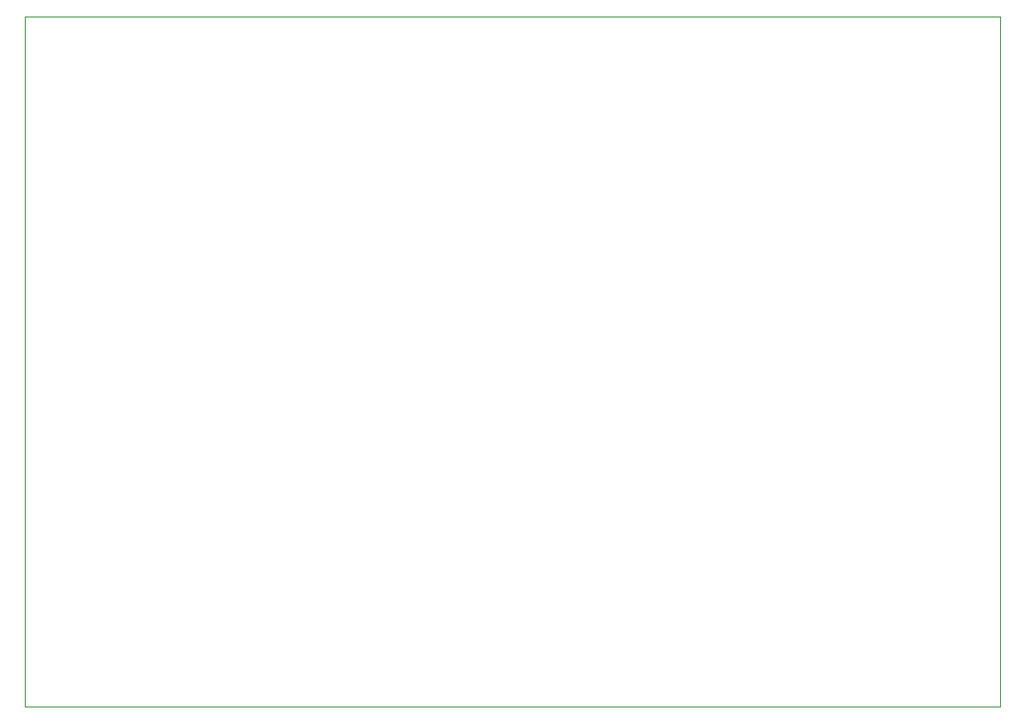
<source format=gbp>
G75*
%MOIN*%
%OFA0B0*%
%FSLAX25Y25*%
%IPPOS*%
%LPD*%
%AMOC8*
5,1,8,0,0,1.08239X$1,22.5*
%
%ADD10C,0.00000*%
D10*
X0011800Y0011800D02*
X0011800Y0262076D01*
X0365501Y0262076D01*
X0365501Y0011800D01*
X0011800Y0011800D01*
M02*

</source>
